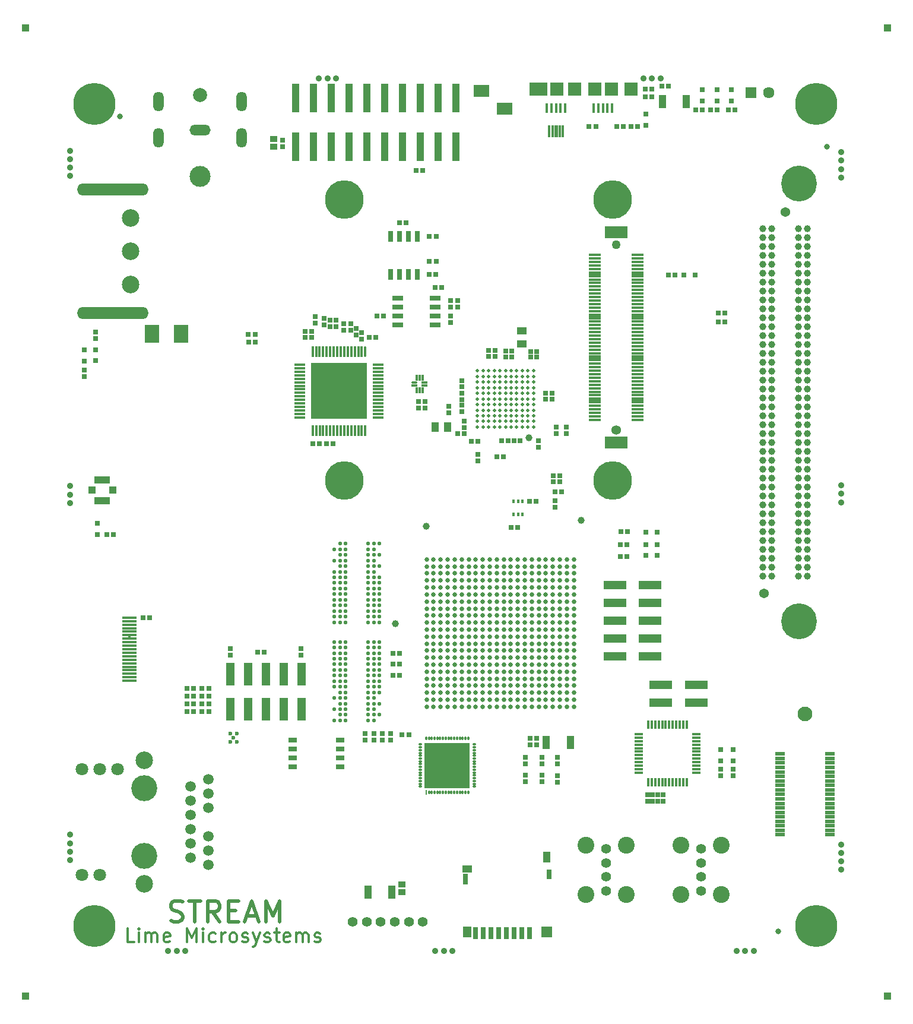
<source format=gts>
G04 (created by PCBNEW (2013-07-07 BZR 4022)-stable) date 10/02/2015 04:29:17*
%MOIN*%
G04 Gerber Fmt 3.4, Leading zero omitted, Abs format*
%FSLAX34Y34*%
G01*
G70*
G90*
G04 APERTURE LIST*
%ADD10C,0.00590551*%
%ADD11C,0.011811*%
%ADD12C,0.019685*%
%ADD13R,0.0392X0.0392*%
%ADD14R,0.023622X0.0344488*%
%ADD15R,0.015748X0.0344488*%
%ADD16R,0.0393701X0.0748031*%
%ADD17R,0.0645669X0.0291118*%
%ADD18R,0.0291118X0.0645669*%
%ADD19C,0.0220472*%
%ADD20C,0.019685*%
%ADD21R,0.0314X0.0314*%
%ADD22R,0.126X0.05*%
%ADD23R,0.0393701X0.0393701*%
%ADD24R,0.0866142X0.0413386*%
%ADD25R,0.063637X0.063637*%
%ADD26C,0.063637*%
%ADD27C,0.23622*%
%ADD28R,0.0811024X0.0181102*%
%ADD29C,0.023622*%
%ADD30R,0.0122047X0.0496063*%
%ADD31R,0.0496063X0.0122047*%
%ADD32C,0.0393701*%
%ADD33R,0.0633858X0.0122047*%
%ADD34R,0.0122047X0.0633858*%
%ADD35R,0.317323X0.317323*%
%ADD36R,0.199213X0.199213*%
%ADD37O,0.0122047X0.0633858*%
%ADD38R,0.0273X0.0273*%
%ADD39R,0.0392X0.0353*%
%ADD40R,0.0253X0.0273*%
%ADD41R,0.0273X0.0253*%
%ADD42C,0.216535*%
%ADD43C,0.0708661*%
%ADD44C,0.0590551*%
%ADD45C,0.0984252*%
%ADD46C,0.145669*%
%ADD47C,0.0314961*%
%ADD48R,0.0393701X0.0610236*%
%ADD49R,0.0314961X0.0551181*%
%ADD50R,0.0570866X0.0393701*%
%ADD51R,0.0314961X0.0590551*%
%ADD52R,0.0590551X0.0590551*%
%ADD53R,0.0275591X0.0688976*%
%ADD54R,0.0511811X0.0590551*%
%ADD55R,0.0748031X0.0748031*%
%ADD56R,0.015748X0.0531496*%
%ADD57R,0.100394X0.0748031*%
%ADD58R,0.0787X0.0984*%
%ADD59R,0.0165354X0.023622*%
%ADD60R,0.053937X0.0208661*%
%ADD61C,0.0826772*%
%ADD62R,0.0692992X0.0180992*%
%ADD63R,0.0692992X0.0338992*%
%ADD64C,0.0496063*%
%ADD65C,0.0535433*%
%ADD66R,0.128299X0.0692992*%
%ADD67C,0.0944882*%
%ADD68C,0.0551181*%
%ADD69C,0.026378*%
%ADD70C,0.200787*%
%ADD71C,0.053937*%
%ADD72C,0.0354331*%
%ADD73R,0.0354331X0.011811*%
%ADD74R,0.011811X0.0354331*%
%ADD75O,0.0354331X0.011811*%
%ADD76R,0.0393701X0.0570866*%
%ADD77R,0.0866142X0.0669291*%
%ADD78O,0.401575X0.0669291*%
%ADD79R,0.0393701X0.163386*%
%ADD80R,0.05X0.126*%
%ADD81R,0.0492126X0.0299213*%
%ADD82C,0.0787402*%
%ADD83O,0.0590551X0.110236*%
%ADD84O,0.11811X0.0590551*%
%ADD85C,0.11811*%
%ADD86R,0.0811024X0.0811024*%
%ADD87O,0.0259843X0.0102362*%
%ADD88O,0.0102362X0.0259843*%
%ADD89R,0.258268X0.258268*%
%ADD90R,0.0102362X0.0259843*%
G04 APERTURE END LIST*
G54D10*
G54D11*
X73440Y-83192D02*
X73065Y-83192D01*
X73065Y-82405D01*
X73702Y-83192D02*
X73702Y-82667D01*
X73702Y-82405D02*
X73665Y-82442D01*
X73702Y-82480D01*
X73740Y-82442D01*
X73702Y-82405D01*
X73702Y-82480D01*
X74077Y-83192D02*
X74077Y-82667D01*
X74077Y-82742D02*
X74115Y-82705D01*
X74190Y-82667D01*
X74302Y-82667D01*
X74377Y-82705D01*
X74415Y-82780D01*
X74415Y-83192D01*
X74415Y-82780D02*
X74452Y-82705D01*
X74527Y-82667D01*
X74640Y-82667D01*
X74715Y-82705D01*
X74752Y-82780D01*
X74752Y-83192D01*
X75427Y-83155D02*
X75352Y-83192D01*
X75202Y-83192D01*
X75127Y-83155D01*
X75089Y-83080D01*
X75089Y-82780D01*
X75127Y-82705D01*
X75202Y-82667D01*
X75352Y-82667D01*
X75427Y-82705D01*
X75464Y-82780D01*
X75464Y-82855D01*
X75089Y-82930D01*
X76402Y-83192D02*
X76402Y-82405D01*
X76664Y-82967D01*
X76927Y-82405D01*
X76927Y-83192D01*
X77302Y-83192D02*
X77302Y-82667D01*
X77302Y-82405D02*
X77264Y-82442D01*
X77302Y-82480D01*
X77339Y-82442D01*
X77302Y-82405D01*
X77302Y-82480D01*
X78014Y-83155D02*
X77939Y-83192D01*
X77789Y-83192D01*
X77714Y-83155D01*
X77677Y-83117D01*
X77639Y-83042D01*
X77639Y-82817D01*
X77677Y-82742D01*
X77714Y-82705D01*
X77789Y-82667D01*
X77939Y-82667D01*
X78014Y-82705D01*
X78352Y-83192D02*
X78352Y-82667D01*
X78352Y-82817D02*
X78389Y-82742D01*
X78427Y-82705D01*
X78502Y-82667D01*
X78577Y-82667D01*
X78952Y-83192D02*
X78877Y-83155D01*
X78839Y-83117D01*
X78802Y-83042D01*
X78802Y-82817D01*
X78839Y-82742D01*
X78877Y-82705D01*
X78952Y-82667D01*
X79064Y-82667D01*
X79139Y-82705D01*
X79176Y-82742D01*
X79214Y-82817D01*
X79214Y-83042D01*
X79176Y-83117D01*
X79139Y-83155D01*
X79064Y-83192D01*
X78952Y-83192D01*
X79514Y-83155D02*
X79589Y-83192D01*
X79739Y-83192D01*
X79814Y-83155D01*
X79851Y-83080D01*
X79851Y-83042D01*
X79814Y-82967D01*
X79739Y-82930D01*
X79626Y-82930D01*
X79551Y-82892D01*
X79514Y-82817D01*
X79514Y-82780D01*
X79551Y-82705D01*
X79626Y-82667D01*
X79739Y-82667D01*
X79814Y-82705D01*
X80114Y-82667D02*
X80301Y-83192D01*
X80489Y-82667D02*
X80301Y-83192D01*
X80226Y-83380D01*
X80189Y-83417D01*
X80114Y-83455D01*
X80751Y-83155D02*
X80826Y-83192D01*
X80976Y-83192D01*
X81051Y-83155D01*
X81089Y-83080D01*
X81089Y-83042D01*
X81051Y-82967D01*
X80976Y-82930D01*
X80864Y-82930D01*
X80789Y-82892D01*
X80751Y-82817D01*
X80751Y-82780D01*
X80789Y-82705D01*
X80864Y-82667D01*
X80976Y-82667D01*
X81051Y-82705D01*
X81314Y-82667D02*
X81614Y-82667D01*
X81426Y-82405D02*
X81426Y-83080D01*
X81464Y-83155D01*
X81539Y-83192D01*
X81614Y-83192D01*
X82176Y-83155D02*
X82101Y-83192D01*
X81951Y-83192D01*
X81876Y-83155D01*
X81839Y-83080D01*
X81839Y-82780D01*
X81876Y-82705D01*
X81951Y-82667D01*
X82101Y-82667D01*
X82176Y-82705D01*
X82214Y-82780D01*
X82214Y-82855D01*
X81839Y-82930D01*
X82551Y-83192D02*
X82551Y-82667D01*
X82551Y-82742D02*
X82589Y-82705D01*
X82664Y-82667D01*
X82776Y-82667D01*
X82851Y-82705D01*
X82889Y-82780D01*
X82889Y-83192D01*
X82889Y-82780D02*
X82926Y-82705D01*
X83001Y-82667D01*
X83113Y-82667D01*
X83188Y-82705D01*
X83226Y-82780D01*
X83226Y-83192D01*
X83563Y-83155D02*
X83638Y-83192D01*
X83788Y-83192D01*
X83863Y-83155D01*
X83901Y-83080D01*
X83901Y-83042D01*
X83863Y-82967D01*
X83788Y-82930D01*
X83676Y-82930D01*
X83601Y-82892D01*
X83563Y-82817D01*
X83563Y-82780D01*
X83601Y-82705D01*
X83676Y-82667D01*
X83788Y-82667D01*
X83863Y-82705D01*
G54D12*
X75489Y-81996D02*
X75658Y-82052D01*
X75939Y-82052D01*
X76051Y-81996D01*
X76107Y-81940D01*
X76164Y-81827D01*
X76164Y-81715D01*
X76107Y-81602D01*
X76051Y-81546D01*
X75939Y-81490D01*
X75714Y-81434D01*
X75601Y-81377D01*
X75545Y-81321D01*
X75489Y-81209D01*
X75489Y-81096D01*
X75545Y-80984D01*
X75601Y-80928D01*
X75714Y-80871D01*
X75995Y-80871D01*
X76164Y-80928D01*
X76501Y-80871D02*
X77176Y-80871D01*
X76839Y-82052D02*
X76839Y-80871D01*
X78245Y-82052D02*
X77851Y-81490D01*
X77570Y-82052D02*
X77570Y-80871D01*
X78020Y-80871D01*
X78132Y-80928D01*
X78188Y-80984D01*
X78245Y-81096D01*
X78245Y-81265D01*
X78188Y-81377D01*
X78132Y-81434D01*
X78020Y-81490D01*
X77570Y-81490D01*
X78751Y-81434D02*
X79145Y-81434D01*
X79313Y-82052D02*
X78751Y-82052D01*
X78751Y-80871D01*
X79313Y-80871D01*
X79763Y-81715D02*
X80326Y-81715D01*
X79651Y-82052D02*
X80044Y-80871D01*
X80438Y-82052D01*
X80832Y-82052D02*
X80832Y-80871D01*
X81226Y-81715D01*
X81619Y-80871D01*
X81619Y-82052D01*
G54D13*
X67322Y-86220D03*
X115748Y-86220D03*
X115748Y-31889D03*
G54D14*
X97125Y-37849D03*
X97125Y-37505D03*
G54D15*
X97322Y-37505D03*
X97519Y-37505D03*
X97322Y-37849D03*
X97519Y-37849D03*
X96929Y-37849D03*
X96732Y-37849D03*
X96732Y-37505D03*
X96929Y-37505D03*
G54D16*
X86574Y-80393D03*
X87913Y-80393D03*
X96584Y-71978D03*
X97923Y-71978D03*
X103090Y-36023D03*
X104429Y-36023D03*
G54D17*
X88228Y-47045D03*
X88228Y-47545D03*
X88228Y-48045D03*
X88228Y-48545D03*
X90354Y-48545D03*
X90354Y-48045D03*
X90354Y-47545D03*
X90354Y-47045D03*
G54D18*
X89332Y-43582D03*
X88832Y-43582D03*
X88332Y-43582D03*
X87832Y-43582D03*
X87832Y-45708D03*
X88332Y-45708D03*
X88832Y-45708D03*
X89332Y-45708D03*
G54D19*
X85314Y-62716D03*
X85000Y-62716D03*
X84685Y-62716D03*
X86574Y-62716D03*
X86889Y-62716D03*
X87204Y-62716D03*
X86889Y-62401D03*
X86574Y-62401D03*
X84685Y-62401D03*
X85000Y-62401D03*
X85314Y-62401D03*
X85314Y-61771D03*
X85000Y-61771D03*
X84685Y-61771D03*
X86574Y-61771D03*
X86889Y-61771D03*
X87204Y-62086D03*
X86889Y-62086D03*
X86574Y-62086D03*
X85000Y-62086D03*
X85314Y-62086D03*
X85314Y-60826D03*
X85000Y-60826D03*
X86574Y-60826D03*
X86889Y-60826D03*
X87204Y-60826D03*
X85314Y-61141D03*
X85000Y-61141D03*
X84685Y-61141D03*
X86574Y-61141D03*
X86889Y-61141D03*
X87204Y-61456D03*
X86889Y-61456D03*
X86574Y-61456D03*
X85000Y-61456D03*
X85314Y-61456D03*
X85314Y-64291D03*
X85000Y-64291D03*
X84685Y-64291D03*
X86574Y-64291D03*
X86889Y-64291D03*
X87204Y-64291D03*
X87204Y-63976D03*
X86889Y-63976D03*
X86574Y-63976D03*
X84685Y-63976D03*
X85000Y-63976D03*
X85314Y-63976D03*
X85314Y-63031D03*
X85000Y-63031D03*
X84685Y-63031D03*
X86574Y-63031D03*
X86889Y-63031D03*
X87204Y-63031D03*
X87204Y-63346D03*
X86889Y-63346D03*
X86574Y-63346D03*
X84685Y-63346D03*
X85000Y-63346D03*
X85314Y-63346D03*
X85314Y-64606D03*
X85000Y-64606D03*
X84685Y-64606D03*
X86574Y-64606D03*
X86889Y-64606D03*
X87204Y-64606D03*
X87204Y-63661D03*
X86889Y-63661D03*
X86574Y-63661D03*
X84685Y-63661D03*
X85000Y-63661D03*
X85314Y-63661D03*
X85314Y-64921D03*
X85000Y-64921D03*
X84685Y-64921D03*
X86574Y-64921D03*
X86889Y-64921D03*
X87204Y-64921D03*
X87204Y-65236D03*
X86889Y-65236D03*
X86574Y-65236D03*
X84685Y-65236D03*
X85000Y-65236D03*
X85314Y-65236D03*
X86574Y-68858D03*
X86889Y-68858D03*
X87204Y-68858D03*
X85314Y-68858D03*
X85000Y-68858D03*
X84685Y-68858D03*
X85000Y-69173D03*
X85314Y-69173D03*
X87204Y-69173D03*
X86889Y-69173D03*
X86574Y-69173D03*
X86574Y-69803D03*
X86889Y-69803D03*
X87204Y-69803D03*
X85314Y-69803D03*
X85000Y-69803D03*
X84685Y-69488D03*
X85000Y-69488D03*
X85314Y-69488D03*
X86889Y-69488D03*
X86574Y-69488D03*
X86574Y-70748D03*
X86889Y-70748D03*
X85314Y-70748D03*
X85000Y-70748D03*
X84685Y-70748D03*
X86574Y-70433D03*
X86889Y-70433D03*
X87204Y-70433D03*
X85314Y-70433D03*
X85000Y-70433D03*
X84685Y-70118D03*
X85000Y-70118D03*
X85314Y-70118D03*
X86889Y-70118D03*
X86574Y-70118D03*
X86574Y-67283D03*
X86889Y-67283D03*
X87204Y-67283D03*
X85314Y-67283D03*
X85000Y-67283D03*
X84685Y-67283D03*
X84685Y-67598D03*
X85000Y-67598D03*
X85314Y-67598D03*
X87204Y-67598D03*
X86889Y-67598D03*
X86574Y-67598D03*
X86574Y-68543D03*
X86889Y-68543D03*
X87204Y-68543D03*
X85314Y-68543D03*
X85000Y-68543D03*
X84685Y-68543D03*
X84685Y-68228D03*
X85000Y-68228D03*
X85314Y-68228D03*
X87204Y-68228D03*
X86889Y-68228D03*
X86574Y-68228D03*
X86574Y-66968D03*
X86889Y-66968D03*
X87204Y-66968D03*
X85314Y-66968D03*
X85000Y-66968D03*
X84685Y-66968D03*
X84685Y-67913D03*
X85000Y-67913D03*
X85314Y-67913D03*
X87204Y-67913D03*
X86889Y-67913D03*
X86574Y-67913D03*
X86574Y-66653D03*
X86889Y-66653D03*
X87204Y-66653D03*
X85314Y-66653D03*
X85000Y-66653D03*
X84685Y-66653D03*
X84685Y-66338D03*
X85000Y-66338D03*
X85314Y-66338D03*
X87204Y-66338D03*
X86889Y-66338D03*
X86574Y-66338D03*
G54D20*
X92716Y-52391D03*
X92716Y-52076D03*
X92716Y-51761D03*
X92716Y-51446D03*
X92716Y-53966D03*
X92716Y-53651D03*
X92716Y-53336D03*
X92716Y-53021D03*
X94291Y-53021D03*
X94291Y-53336D03*
X94291Y-53651D03*
X94291Y-53966D03*
X94291Y-51446D03*
X94291Y-51761D03*
X94291Y-52076D03*
X94291Y-52391D03*
X93976Y-51131D03*
X93976Y-52706D03*
X93976Y-54281D03*
X93976Y-52391D03*
X93976Y-52076D03*
X93976Y-51761D03*
X93976Y-51446D03*
X93976Y-53966D03*
X93976Y-53651D03*
X93976Y-53336D03*
X93976Y-53021D03*
X93661Y-53021D03*
X93661Y-53336D03*
X93661Y-53651D03*
X93661Y-53966D03*
X93661Y-51446D03*
X93661Y-51761D03*
X93661Y-52076D03*
X93661Y-52391D03*
X93661Y-54281D03*
X93661Y-52706D03*
X93661Y-51131D03*
X93346Y-51131D03*
X93346Y-52706D03*
X93346Y-54281D03*
X93346Y-52391D03*
X93346Y-52076D03*
X93346Y-51761D03*
X93346Y-51446D03*
X93346Y-53966D03*
X93346Y-53651D03*
X93346Y-53336D03*
X93346Y-53021D03*
X93031Y-53021D03*
X93031Y-53336D03*
X93031Y-53651D03*
X93031Y-53966D03*
X93031Y-51446D03*
X93031Y-51761D03*
X93031Y-52076D03*
X93031Y-52391D03*
X93031Y-54281D03*
X93031Y-52706D03*
X93031Y-51131D03*
X94606Y-51131D03*
X94606Y-52706D03*
X94606Y-54281D03*
X94606Y-52391D03*
X94606Y-52076D03*
X94606Y-51761D03*
X94606Y-51446D03*
X94606Y-53966D03*
X94606Y-53651D03*
X94606Y-53336D03*
X94606Y-53021D03*
X94921Y-53021D03*
X94921Y-53336D03*
X94921Y-53651D03*
X94921Y-53966D03*
X94921Y-51446D03*
X94921Y-51761D03*
X94921Y-52076D03*
X94921Y-52391D03*
X94921Y-54281D03*
X94921Y-52706D03*
X94921Y-51131D03*
X95236Y-51131D03*
X95236Y-52706D03*
X95236Y-54281D03*
X95236Y-52391D03*
X95236Y-52076D03*
X95236Y-51761D03*
X95236Y-51446D03*
X95236Y-53966D03*
X95236Y-53651D03*
X95236Y-53336D03*
X95236Y-53021D03*
X95551Y-53021D03*
X95551Y-53336D03*
X95551Y-53651D03*
X95551Y-53966D03*
X95551Y-51446D03*
X95551Y-51761D03*
X95551Y-52076D03*
X95551Y-52391D03*
X95551Y-54281D03*
X95551Y-52706D03*
X95551Y-51131D03*
X95866Y-51131D03*
X95866Y-52706D03*
X95866Y-54281D03*
X92716Y-51131D03*
X92716Y-52706D03*
X92716Y-54281D03*
X94291Y-54281D03*
X94291Y-52706D03*
X94291Y-51131D03*
X95866Y-52391D03*
X95866Y-52076D03*
X95866Y-51761D03*
X95866Y-51446D03*
X95866Y-53966D03*
X95866Y-53651D03*
X95866Y-53336D03*
X95866Y-53021D03*
G54D21*
X106165Y-35362D03*
X106165Y-35992D03*
X105346Y-35366D03*
X105346Y-35996D03*
X71281Y-50565D03*
X71281Y-49935D03*
X106988Y-35364D03*
X106988Y-35994D03*
X107086Y-72381D03*
X107086Y-73011D03*
X106377Y-72381D03*
X106377Y-73011D03*
G54D22*
X100433Y-63139D03*
X100433Y-64139D03*
X100433Y-65139D03*
X100433Y-66139D03*
X100433Y-67139D03*
X102402Y-63139D03*
X102402Y-64139D03*
X102402Y-65139D03*
X102402Y-66139D03*
X102402Y-67139D03*
G54D23*
X71062Y-57834D03*
X72244Y-57834D03*
G54D24*
X71653Y-57253D03*
X71653Y-58415D03*
G54D21*
X71377Y-59685D03*
X71377Y-60315D03*
G54D25*
X108083Y-35511D03*
G54D26*
X109083Y-35511D03*
G54D27*
X111732Y-82283D03*
X111732Y-36141D03*
X71220Y-36141D03*
X71220Y-82283D03*
G54D28*
X73188Y-66751D03*
X73188Y-66948D03*
X73188Y-67145D03*
X73188Y-67342D03*
X73188Y-67539D03*
X73188Y-67736D03*
X73188Y-67933D03*
X73188Y-68129D03*
X73188Y-68326D03*
X73188Y-68523D03*
X73188Y-66555D03*
X73188Y-66358D03*
X73188Y-66161D03*
X73188Y-65964D03*
X73188Y-65767D03*
X73188Y-65570D03*
X73188Y-65374D03*
X73188Y-65177D03*
X73188Y-64980D03*
G54D29*
X78838Y-71948D03*
X78838Y-71476D03*
X79192Y-71476D03*
X79192Y-71948D03*
X79015Y-71712D03*
G54D30*
X102303Y-74212D03*
X102893Y-74212D03*
X102696Y-74212D03*
X102500Y-74212D03*
G54D31*
X101771Y-73287D03*
X101771Y-73484D03*
X101771Y-73681D03*
X101771Y-71909D03*
X101771Y-72106D03*
X101771Y-72303D03*
X101771Y-72500D03*
X101771Y-72696D03*
X101771Y-72893D03*
X101771Y-73090D03*
G54D30*
X103090Y-74212D03*
X103287Y-74212D03*
X103484Y-74212D03*
X103681Y-74212D03*
X103877Y-74212D03*
X104074Y-74212D03*
X104271Y-74212D03*
X104468Y-74212D03*
G54D31*
X105000Y-72500D03*
X105000Y-72303D03*
X105000Y-72106D03*
X105000Y-71909D03*
X105000Y-71712D03*
X105000Y-71515D03*
X105000Y-73681D03*
X105000Y-73484D03*
X105000Y-73287D03*
X105000Y-73090D03*
X105000Y-72893D03*
X105000Y-72696D03*
X101771Y-71712D03*
X101771Y-71515D03*
G54D30*
X104468Y-70984D03*
X104271Y-70984D03*
X104074Y-70984D03*
X103877Y-70984D03*
X103681Y-70984D03*
X103484Y-70984D03*
X103287Y-70984D03*
X103090Y-70984D03*
X102893Y-70984D03*
X102696Y-70984D03*
X102500Y-70984D03*
X102303Y-70984D03*
G54D32*
X95590Y-54881D03*
G54D33*
X87145Y-50787D03*
X87145Y-50984D03*
G54D34*
X86417Y-54468D03*
X86220Y-54468D03*
G54D33*
X82736Y-53740D03*
X82736Y-53543D03*
G54D34*
X83464Y-50059D03*
X83661Y-50059D03*
G54D35*
X84940Y-52263D03*
G54D36*
X84941Y-52263D03*
G54D33*
X82736Y-51771D03*
X82736Y-51968D03*
X82736Y-52165D03*
X82736Y-52362D03*
X82736Y-52559D03*
X82736Y-52755D03*
X82736Y-52952D03*
X82736Y-53149D03*
X82736Y-53346D03*
X82736Y-50787D03*
X82736Y-50984D03*
X82736Y-51181D03*
X82736Y-51377D03*
X82736Y-51574D03*
G54D34*
X85433Y-54468D03*
X85629Y-54468D03*
X85826Y-54468D03*
X86023Y-54468D03*
X83464Y-54468D03*
X83661Y-54468D03*
X83858Y-54468D03*
X84055Y-54468D03*
X84251Y-54468D03*
X84448Y-54468D03*
X84645Y-54468D03*
X84842Y-54468D03*
X85039Y-54468D03*
X85236Y-54468D03*
G54D33*
X87145Y-52165D03*
X87145Y-51968D03*
X87145Y-51771D03*
X87145Y-51574D03*
X87145Y-51377D03*
X87145Y-51181D03*
X87145Y-53740D03*
X87145Y-53543D03*
X87145Y-53346D03*
X87145Y-53149D03*
X87145Y-52952D03*
X87145Y-52755D03*
X87145Y-52559D03*
X87145Y-52362D03*
G54D37*
X86417Y-50059D03*
G54D34*
X86220Y-50059D03*
X86023Y-50059D03*
X85826Y-50059D03*
X85629Y-50059D03*
X85433Y-50059D03*
X85236Y-50059D03*
X85039Y-50059D03*
X84842Y-50059D03*
X84645Y-50059D03*
X84448Y-50059D03*
X84251Y-50059D03*
X84055Y-50059D03*
X83839Y-50056D03*
G54D38*
X93346Y-50000D03*
X93700Y-50000D03*
X93346Y-50334D03*
X93700Y-50334D03*
X97145Y-54291D03*
X97145Y-54645D03*
X93819Y-55944D03*
X94173Y-55944D03*
X81771Y-38551D03*
X81771Y-38197D03*
X90354Y-46437D03*
X90708Y-46437D03*
X102145Y-35748D03*
X102499Y-35748D03*
X96909Y-52391D03*
X96555Y-52391D03*
X92726Y-55817D03*
X92726Y-56171D03*
X95117Y-55059D03*
X94763Y-55059D03*
X96151Y-55059D03*
X96151Y-55413D03*
X94291Y-50344D03*
X94645Y-50344D03*
X91830Y-52382D03*
X91830Y-52736D03*
X91830Y-53405D03*
X91830Y-53051D03*
X92726Y-55068D03*
X92372Y-55068D03*
X97696Y-54291D03*
X97696Y-54645D03*
X95689Y-50039D03*
X96043Y-50039D03*
X95689Y-50344D03*
X96043Y-50344D03*
X90019Y-45708D03*
X90373Y-45708D03*
X91102Y-53130D03*
X91102Y-53484D03*
X94074Y-55059D03*
X94428Y-55059D03*
X94291Y-50019D03*
X94645Y-50019D03*
X91614Y-54665D03*
X91968Y-54665D03*
X91830Y-52027D03*
X91830Y-51673D03*
X91968Y-53956D03*
X91968Y-54310D03*
X96909Y-52706D03*
X96555Y-52706D03*
X96033Y-71742D03*
X95679Y-71742D03*
X87972Y-67598D03*
X88326Y-67598D03*
X87972Y-66968D03*
X88326Y-66968D03*
X87972Y-68228D03*
X88326Y-68228D03*
G54D39*
X88484Y-80392D03*
X88484Y-79962D03*
X81283Y-38545D03*
X81283Y-38115D03*
G54D40*
X101700Y-37421D03*
X101330Y-37421D03*
X76389Y-70236D03*
X76759Y-70236D03*
X74318Y-64980D03*
X73948Y-64980D03*
X71901Y-60314D03*
X72271Y-60314D03*
X89263Y-39881D03*
X89633Y-39881D03*
X79854Y-49070D03*
X80224Y-49070D03*
G54D41*
X84090Y-48562D03*
X84090Y-48192D03*
G54D40*
X79858Y-49527D03*
X80228Y-49527D03*
X88708Y-42834D03*
X88338Y-42834D03*
X90391Y-44980D03*
X90021Y-44980D03*
X90391Y-43572D03*
X90021Y-43572D03*
X87078Y-48051D03*
X87448Y-48051D03*
G54D41*
X91220Y-47177D03*
X91220Y-47547D03*
X91594Y-47177D03*
X91594Y-47547D03*
X102539Y-75283D03*
X102539Y-74913D03*
G54D40*
X77625Y-69803D03*
X77255Y-69803D03*
X77625Y-68937D03*
X77255Y-68937D03*
G54D41*
X103129Y-75283D03*
X103129Y-74913D03*
X102854Y-75283D03*
X102854Y-74913D03*
G54D40*
X77625Y-70236D03*
X77255Y-70236D03*
X77625Y-69370D03*
X77255Y-69370D03*
G54D41*
X91220Y-48043D03*
X91220Y-48413D03*
G54D40*
X102137Y-35314D03*
X102507Y-35314D03*
X106803Y-36496D03*
X107173Y-36496D03*
X99358Y-37431D03*
X98988Y-37431D03*
X105795Y-36496D03*
X106165Y-36496D03*
X100523Y-37431D03*
X100893Y-37431D03*
X104976Y-36500D03*
X105346Y-36500D03*
G54D41*
X102263Y-75283D03*
X102263Y-74913D03*
X106377Y-73846D03*
X106377Y-73476D03*
X107086Y-73846D03*
X107086Y-73476D03*
G54D40*
X103082Y-35157D03*
X103452Y-35157D03*
X97059Y-57913D03*
X97429Y-57913D03*
X97330Y-57027D03*
X96960Y-57027D03*
G54D41*
X71281Y-48946D03*
X71281Y-49316D03*
G54D40*
X96031Y-72106D03*
X95661Y-72106D03*
G54D41*
X82795Y-66704D03*
X82795Y-67074D03*
G54D40*
X80751Y-66913D03*
X80381Y-66913D03*
G54D41*
X78838Y-67074D03*
X78838Y-66704D03*
X97196Y-72811D03*
X97196Y-73181D03*
X87846Y-71862D03*
X87846Y-71492D03*
X96322Y-72811D03*
X96322Y-73181D03*
X89767Y-53224D03*
X89767Y-52854D03*
X89401Y-53220D03*
X89401Y-52850D03*
X95389Y-74196D03*
X95389Y-73826D03*
G54D40*
X101118Y-60877D03*
X100748Y-60877D03*
X100763Y-60145D03*
X101133Y-60145D03*
G54D41*
X95389Y-72811D03*
X95389Y-73181D03*
X86417Y-71862D03*
X86417Y-71492D03*
X97196Y-74208D03*
X97196Y-73838D03*
X87370Y-71862D03*
X87370Y-71492D03*
X86889Y-71862D03*
X86889Y-71492D03*
X96326Y-74196D03*
X96326Y-73826D03*
G54D42*
X100291Y-41531D03*
X85251Y-41531D03*
X100291Y-57279D03*
X85251Y-57279D03*
G54D22*
X103021Y-68750D03*
X103021Y-69750D03*
X104990Y-68750D03*
X104990Y-69750D03*
G54D43*
X71515Y-79417D03*
X70515Y-79417D03*
X72515Y-73496D03*
X71515Y-73496D03*
G54D44*
X77614Y-78854D03*
X77614Y-78055D03*
X77614Y-77255D03*
X77614Y-75657D03*
X77614Y-74858D03*
X77614Y-74059D03*
X76614Y-78454D03*
X76614Y-77655D03*
X76614Y-76856D03*
X76614Y-74458D03*
X76614Y-75257D03*
G54D45*
X74015Y-79921D03*
G54D46*
X74015Y-78356D03*
X74015Y-74557D03*
G54D45*
X74015Y-72992D03*
G54D44*
X76614Y-76057D03*
G54D43*
X70515Y-73496D03*
G54D47*
X72637Y-36850D03*
X112322Y-38543D03*
X109606Y-82598D03*
G54D13*
X67322Y-31889D03*
G54D40*
X76389Y-68937D03*
X76759Y-68937D03*
X76389Y-69370D03*
X76759Y-69370D03*
X76389Y-69803D03*
X76759Y-69803D03*
G54D48*
X96594Y-78425D03*
G54D49*
X96732Y-79379D03*
G54D50*
X92155Y-79094D03*
G54D51*
X92027Y-79635D03*
G54D52*
X96594Y-82627D03*
G54D53*
X94763Y-82677D03*
X95629Y-82677D03*
X95196Y-82677D03*
X93897Y-82677D03*
X94330Y-82677D03*
X93464Y-82677D03*
X93031Y-82677D03*
X92598Y-82677D03*
G54D54*
X92125Y-82627D03*
G54D55*
X101338Y-35314D03*
X100236Y-35314D03*
X99291Y-35314D03*
X98188Y-35314D03*
X97185Y-35314D03*
G54D56*
X97637Y-36377D03*
X97381Y-36377D03*
X96614Y-36377D03*
X96870Y-36377D03*
X97125Y-36377D03*
X100275Y-36377D03*
X100019Y-36377D03*
X99251Y-36377D03*
X99507Y-36377D03*
X99763Y-36377D03*
G54D57*
X96131Y-35314D03*
G54D58*
X76062Y-49055D03*
X74448Y-49055D03*
G54D59*
X73188Y-66003D03*
G54D41*
X70649Y-51464D03*
X70649Y-51094D03*
G54D40*
X103807Y-45767D03*
X103437Y-45767D03*
G54D21*
X70649Y-49940D03*
X70649Y-50570D03*
X104940Y-45767D03*
X104310Y-45767D03*
G54D60*
X109712Y-72629D03*
X112492Y-72629D03*
X109712Y-72881D03*
X112492Y-72881D03*
X109712Y-73133D03*
X112492Y-73133D03*
X109712Y-73385D03*
X112492Y-73385D03*
X109712Y-73637D03*
X112492Y-73637D03*
X109712Y-73889D03*
X112492Y-73889D03*
X109712Y-74141D03*
X112492Y-74141D03*
X109712Y-74393D03*
X112492Y-74393D03*
X109712Y-74645D03*
X112492Y-74645D03*
X109712Y-74897D03*
X112492Y-74897D03*
X109712Y-75149D03*
X112492Y-75149D03*
X109712Y-75401D03*
X112492Y-75401D03*
X109712Y-75653D03*
X112492Y-75653D03*
X109712Y-75905D03*
X112492Y-75905D03*
X109712Y-76157D03*
X112492Y-76157D03*
X109712Y-76409D03*
X112492Y-76409D03*
X109712Y-76661D03*
X112492Y-76661D03*
X109712Y-76913D03*
X112492Y-76913D03*
X109712Y-77165D03*
X112492Y-77165D03*
G54D61*
X111102Y-70381D03*
G54D62*
X101697Y-53877D03*
X101697Y-53680D03*
X101697Y-53483D03*
X101697Y-53286D03*
X101697Y-53090D03*
G54D63*
X101697Y-52794D03*
G54D62*
X101697Y-52499D03*
X101697Y-52302D03*
X101697Y-52105D03*
X101697Y-51908D03*
X101697Y-51712D03*
X101697Y-51515D03*
X101697Y-51318D03*
X101697Y-51121D03*
X101697Y-50924D03*
X101697Y-50727D03*
G54D63*
X101697Y-50432D03*
G54D62*
X101697Y-50137D03*
X101697Y-49940D03*
X101697Y-49743D03*
X101697Y-49546D03*
X101697Y-49349D03*
X101697Y-49153D03*
X101697Y-48956D03*
X101697Y-48759D03*
X101697Y-48562D03*
X101697Y-48365D03*
G54D63*
X101697Y-48069D03*
G54D62*
X101697Y-47775D03*
X101697Y-47578D03*
X101697Y-47381D03*
X101697Y-47184D03*
X101697Y-46987D03*
X101697Y-46790D03*
X101697Y-46594D03*
X101697Y-46397D03*
X101697Y-46200D03*
X101697Y-46003D03*
G54D63*
X101697Y-45707D03*
G54D62*
X101697Y-45412D03*
X101697Y-45216D03*
X101697Y-45019D03*
X101697Y-44822D03*
X101697Y-44625D03*
X99295Y-44623D03*
X99295Y-44820D03*
X99295Y-45017D03*
X99295Y-45214D03*
X99295Y-45410D03*
G54D63*
X99295Y-45705D03*
G54D62*
X99295Y-46001D03*
X99295Y-46198D03*
X99295Y-46395D03*
X99295Y-46592D03*
X99295Y-46788D03*
X99295Y-46985D03*
X99295Y-47182D03*
X99295Y-47379D03*
X99295Y-47576D03*
X99295Y-47773D03*
G54D63*
X99295Y-48068D03*
G54D62*
X99295Y-48364D03*
X99295Y-48561D03*
X99295Y-48758D03*
X99295Y-48955D03*
X99295Y-49151D03*
X99295Y-49348D03*
X99295Y-49545D03*
X99295Y-49742D03*
X99295Y-49939D03*
X99295Y-50136D03*
G54D63*
X99295Y-50431D03*
G54D62*
X99295Y-50727D03*
X99295Y-50924D03*
X99295Y-51121D03*
X99295Y-51318D03*
X99295Y-51514D03*
X99295Y-51711D03*
X99295Y-51908D03*
X99295Y-52105D03*
X99295Y-52302D03*
X99295Y-52499D03*
G54D63*
X99295Y-52794D03*
G54D62*
X99295Y-53090D03*
X99295Y-53286D03*
X99295Y-53483D03*
X99295Y-53680D03*
X99295Y-53877D03*
G54D64*
X100492Y-44054D03*
G54D65*
X100492Y-54448D03*
G54D66*
X100492Y-43365D03*
X100492Y-55137D03*
G54D67*
X106417Y-77755D03*
X104133Y-77755D03*
X106417Y-80511D03*
X104133Y-80511D03*
G54D68*
X105275Y-77952D03*
X105275Y-78740D03*
X105275Y-79527D03*
X105275Y-80314D03*
G54D67*
X101082Y-77755D03*
X98799Y-77755D03*
X101082Y-80511D03*
X98799Y-80511D03*
G54D68*
X99940Y-77952D03*
X99940Y-78740D03*
X99940Y-79527D03*
X99940Y-80314D03*
G54D69*
X97736Y-61712D03*
X97736Y-64074D03*
X97736Y-63681D03*
X97736Y-63287D03*
X97736Y-62893D03*
X97736Y-62500D03*
X97736Y-62106D03*
X98129Y-61712D03*
X98129Y-62106D03*
X98129Y-62500D03*
X98129Y-62893D03*
X98129Y-63287D03*
X98129Y-63681D03*
X98129Y-64074D03*
X98129Y-64468D03*
X98129Y-64862D03*
X98129Y-65255D03*
X98129Y-65649D03*
X98129Y-66043D03*
X98129Y-66437D03*
X98129Y-66830D03*
X98129Y-67224D03*
X98129Y-67618D03*
X98129Y-68011D03*
X98129Y-68405D03*
X98129Y-68799D03*
X98129Y-69192D03*
X98129Y-69586D03*
X98129Y-69980D03*
X97736Y-64468D03*
X97736Y-64862D03*
X97736Y-65255D03*
X97736Y-65649D03*
X97736Y-66043D03*
X97736Y-66437D03*
X97736Y-66830D03*
X97736Y-67224D03*
X97736Y-67618D03*
X97736Y-68011D03*
X97736Y-68405D03*
X97736Y-68799D03*
X97736Y-69192D03*
X97736Y-69586D03*
X97736Y-69980D03*
X97342Y-61712D03*
X97342Y-62106D03*
X97342Y-62500D03*
X97342Y-62893D03*
X97342Y-63287D03*
X97342Y-63681D03*
X97342Y-64074D03*
X97342Y-64468D03*
X97342Y-64862D03*
X97342Y-65255D03*
X97342Y-65649D03*
X97342Y-66043D03*
X97342Y-66437D03*
X97342Y-66830D03*
X97342Y-67224D03*
X97342Y-67618D03*
X97342Y-68011D03*
X97342Y-68405D03*
X97342Y-68799D03*
X97342Y-69192D03*
X97342Y-69586D03*
X97342Y-69980D03*
X96948Y-61712D03*
X96948Y-62106D03*
X96948Y-62500D03*
X96948Y-62893D03*
X96948Y-63287D03*
X96948Y-63681D03*
X96948Y-64074D03*
X96948Y-64468D03*
X96948Y-64862D03*
X96948Y-65255D03*
X96948Y-65649D03*
X96948Y-66043D03*
X96948Y-66437D03*
X96948Y-66830D03*
X96948Y-67224D03*
X96948Y-67618D03*
X96948Y-68011D03*
X96948Y-68405D03*
X96948Y-68799D03*
X96948Y-69192D03*
X96948Y-69586D03*
X96948Y-69980D03*
X96555Y-61712D03*
X96555Y-62106D03*
X96555Y-62500D03*
X96555Y-62893D03*
X96555Y-63287D03*
X96555Y-63681D03*
X96555Y-64074D03*
X96555Y-64468D03*
X96555Y-64862D03*
X96555Y-65255D03*
X96555Y-65649D03*
X96555Y-66043D03*
X96555Y-66437D03*
X96555Y-66830D03*
X96555Y-67224D03*
X96555Y-67618D03*
X96555Y-68011D03*
X96555Y-68405D03*
X96555Y-68799D03*
X96555Y-69192D03*
X96555Y-69586D03*
X96555Y-69980D03*
X96161Y-61712D03*
X96161Y-62106D03*
X96161Y-62500D03*
X96161Y-62893D03*
X96161Y-63287D03*
X96161Y-63681D03*
X96161Y-64074D03*
X96161Y-64468D03*
X96161Y-64862D03*
X96161Y-65255D03*
X96161Y-65649D03*
X96161Y-66043D03*
X96161Y-66437D03*
X96161Y-66830D03*
X96161Y-67224D03*
X96161Y-67618D03*
X96161Y-68011D03*
X96161Y-68405D03*
X96161Y-68799D03*
X96161Y-69192D03*
X96161Y-69586D03*
X96161Y-69980D03*
X95767Y-61712D03*
X95767Y-62106D03*
X95767Y-62500D03*
X95767Y-62893D03*
X95767Y-63287D03*
X95767Y-63681D03*
X95767Y-64074D03*
X95767Y-64468D03*
X95767Y-64862D03*
X95767Y-65255D03*
X95767Y-65649D03*
X95767Y-66043D03*
X95767Y-66437D03*
X95767Y-66830D03*
X95767Y-67224D03*
X95767Y-67618D03*
X95767Y-68011D03*
X95767Y-68405D03*
X95767Y-68799D03*
X95767Y-69192D03*
X95767Y-69586D03*
X95767Y-69980D03*
X95374Y-61712D03*
X95374Y-62106D03*
X95374Y-62500D03*
X95374Y-62893D03*
X95374Y-63287D03*
X95374Y-63681D03*
X95374Y-64074D03*
X95374Y-64468D03*
X95374Y-64862D03*
X95374Y-65255D03*
X95374Y-65649D03*
X95374Y-66043D03*
X95374Y-66437D03*
X95374Y-66830D03*
X95374Y-67224D03*
X95374Y-67618D03*
X95374Y-68011D03*
X95374Y-68405D03*
X95374Y-68799D03*
X95374Y-69192D03*
X95374Y-69586D03*
X95374Y-69980D03*
X94980Y-61712D03*
X94980Y-62106D03*
X94980Y-62500D03*
X94980Y-62893D03*
X94980Y-63287D03*
X94980Y-63681D03*
X94980Y-64074D03*
X94980Y-64468D03*
X94980Y-64862D03*
X94980Y-65255D03*
X94980Y-65649D03*
X94980Y-66043D03*
X94980Y-66437D03*
X94980Y-66830D03*
X94980Y-67224D03*
X94980Y-67618D03*
X94980Y-68011D03*
X94980Y-68405D03*
X94980Y-68799D03*
X94980Y-69192D03*
X94980Y-69586D03*
X94980Y-69980D03*
X94586Y-61712D03*
X94586Y-62106D03*
X94586Y-62500D03*
X94586Y-62893D03*
X94586Y-63287D03*
X94586Y-63681D03*
X94586Y-64074D03*
X94586Y-64468D03*
X94586Y-64862D03*
X94586Y-65255D03*
X94586Y-65649D03*
X94586Y-66043D03*
X94586Y-66437D03*
X94586Y-66830D03*
X94586Y-67224D03*
X94586Y-67618D03*
X94586Y-68011D03*
X94586Y-68405D03*
X94586Y-68799D03*
X94586Y-69192D03*
X94586Y-69586D03*
X94586Y-69980D03*
X94192Y-61712D03*
X94192Y-62106D03*
X94192Y-62500D03*
X94192Y-62893D03*
X94192Y-63287D03*
X94192Y-63681D03*
X94192Y-64074D03*
X94192Y-64468D03*
X94192Y-64862D03*
X94192Y-65255D03*
X94192Y-65649D03*
X94192Y-66043D03*
X94192Y-66437D03*
X94192Y-66830D03*
X94192Y-67224D03*
X94192Y-67618D03*
X94192Y-68011D03*
X94192Y-68405D03*
X94192Y-68799D03*
X94192Y-69192D03*
X94192Y-69586D03*
X94192Y-69980D03*
X93799Y-61712D03*
X93799Y-62106D03*
X93799Y-62500D03*
X93799Y-62893D03*
X93799Y-63287D03*
X93799Y-63681D03*
X93799Y-64074D03*
X93799Y-64468D03*
X93799Y-64862D03*
X93799Y-65255D03*
X93799Y-65649D03*
X93799Y-66043D03*
X93799Y-66437D03*
X93799Y-66830D03*
X93799Y-67224D03*
X93799Y-67618D03*
X93799Y-68011D03*
X93799Y-68405D03*
X93799Y-68799D03*
X93799Y-69192D03*
X93799Y-69586D03*
X93799Y-69980D03*
X93405Y-61712D03*
X93405Y-62106D03*
X93405Y-62500D03*
X93405Y-62893D03*
X93405Y-63287D03*
X93405Y-63681D03*
X93405Y-64074D03*
X93405Y-64468D03*
X93405Y-64862D03*
X93405Y-65255D03*
X93405Y-65649D03*
X93405Y-66043D03*
X93405Y-66437D03*
X93405Y-66830D03*
X93405Y-67224D03*
X93405Y-67618D03*
X93405Y-68011D03*
X93405Y-68405D03*
X93405Y-68799D03*
X93405Y-69192D03*
X93405Y-69586D03*
X93405Y-69980D03*
X93011Y-61712D03*
X93011Y-62106D03*
X93011Y-62500D03*
X93011Y-62893D03*
X93011Y-63287D03*
X93011Y-63681D03*
X93011Y-64074D03*
X93011Y-64468D03*
X93011Y-64862D03*
X93011Y-65255D03*
X93011Y-65649D03*
X93011Y-66043D03*
X93011Y-66437D03*
X93011Y-66830D03*
X93011Y-67224D03*
X93011Y-67618D03*
X93011Y-68011D03*
X93011Y-68405D03*
X93011Y-68799D03*
X93011Y-69192D03*
X93011Y-69586D03*
X93011Y-69980D03*
X92618Y-61712D03*
X92618Y-62106D03*
X92618Y-62500D03*
X92618Y-62893D03*
X92618Y-63287D03*
X92618Y-63681D03*
X92618Y-64074D03*
X92618Y-64468D03*
X92618Y-64862D03*
X92618Y-65255D03*
X92618Y-65649D03*
X92618Y-66043D03*
X92618Y-66437D03*
X92618Y-66830D03*
X92618Y-67224D03*
X92618Y-67618D03*
X92618Y-68011D03*
X92618Y-68405D03*
X92618Y-68799D03*
X92618Y-69192D03*
X92618Y-69586D03*
X92618Y-69980D03*
X92224Y-61712D03*
X92224Y-62106D03*
X92224Y-62500D03*
X92224Y-62893D03*
X92224Y-63287D03*
X92224Y-63681D03*
X92224Y-64074D03*
X92224Y-64468D03*
X92224Y-64862D03*
X92224Y-65255D03*
X92224Y-65649D03*
X92224Y-66043D03*
X92224Y-66437D03*
X92224Y-66830D03*
X92224Y-67224D03*
X92224Y-67618D03*
X92224Y-68011D03*
X92224Y-68405D03*
X92224Y-68799D03*
X92224Y-69192D03*
X92224Y-69586D03*
X92224Y-69980D03*
X91830Y-61712D03*
X91830Y-62106D03*
X91830Y-62500D03*
X91830Y-62893D03*
X91830Y-63287D03*
X91830Y-63681D03*
X91830Y-64074D03*
X91830Y-64468D03*
X91830Y-64862D03*
X91830Y-65255D03*
X91830Y-65649D03*
X91830Y-66043D03*
X91830Y-66437D03*
X91830Y-66830D03*
X91830Y-67224D03*
X91830Y-67618D03*
X91830Y-68011D03*
X91830Y-68405D03*
X91830Y-68799D03*
X91830Y-69192D03*
X91830Y-69586D03*
X91830Y-69980D03*
X91437Y-61712D03*
X91437Y-62106D03*
X91437Y-62500D03*
X91437Y-62893D03*
X91437Y-63287D03*
X91437Y-63681D03*
X91437Y-64074D03*
X91437Y-64468D03*
X91437Y-64862D03*
X91437Y-65255D03*
X91437Y-65649D03*
X91437Y-66043D03*
X91437Y-66437D03*
X91437Y-66830D03*
X91437Y-67224D03*
X91437Y-67618D03*
X91437Y-68011D03*
X91437Y-68405D03*
X91437Y-68799D03*
X91437Y-69192D03*
X91437Y-69586D03*
X91437Y-69980D03*
X91043Y-61712D03*
X91043Y-62106D03*
X91043Y-62500D03*
X91043Y-62893D03*
X91043Y-63287D03*
X91043Y-63681D03*
X91043Y-64074D03*
X91043Y-64468D03*
X91043Y-64862D03*
X91043Y-65255D03*
X91043Y-65649D03*
X91043Y-66043D03*
X91043Y-66437D03*
X91043Y-66830D03*
X91043Y-67224D03*
X91043Y-67618D03*
X91043Y-68011D03*
X91043Y-68405D03*
X91043Y-68799D03*
X91043Y-69192D03*
X91043Y-69586D03*
X91043Y-69980D03*
X90649Y-61712D03*
X90649Y-62106D03*
X90649Y-62500D03*
X90649Y-62893D03*
X90649Y-63287D03*
X90649Y-63681D03*
X90649Y-64074D03*
X90649Y-64468D03*
X90649Y-64862D03*
X90649Y-65255D03*
X90649Y-65649D03*
X90649Y-66043D03*
X90649Y-66437D03*
X90649Y-66830D03*
X90649Y-67224D03*
X90649Y-67618D03*
X90649Y-68011D03*
X90649Y-68405D03*
X90649Y-68799D03*
X90649Y-69192D03*
X90649Y-69586D03*
X90649Y-69980D03*
X90255Y-61712D03*
X90255Y-62106D03*
X90255Y-62500D03*
X90255Y-62893D03*
X90255Y-63287D03*
X90255Y-63681D03*
X90255Y-64074D03*
X90255Y-64468D03*
X90255Y-64862D03*
X90255Y-65255D03*
X90255Y-65649D03*
X90255Y-66043D03*
X90255Y-66437D03*
X90255Y-66830D03*
X90255Y-67224D03*
X90255Y-67618D03*
X90255Y-68011D03*
X90255Y-68405D03*
X90255Y-68799D03*
X90255Y-69192D03*
X90255Y-69586D03*
X90255Y-69980D03*
X89862Y-61712D03*
X89862Y-62106D03*
X89862Y-62500D03*
X89862Y-62893D03*
X89862Y-63287D03*
X89862Y-63681D03*
X89862Y-64074D03*
X89862Y-64468D03*
X89862Y-64862D03*
X89862Y-65255D03*
X89862Y-65649D03*
X89862Y-66043D03*
X89862Y-66437D03*
X89862Y-66830D03*
X89862Y-67224D03*
X89862Y-67618D03*
X89862Y-68011D03*
X89862Y-68405D03*
X89862Y-68799D03*
X89862Y-69192D03*
X89862Y-69586D03*
X89862Y-69980D03*
G54D70*
X110787Y-40633D03*
G54D32*
X108750Y-62163D03*
G54D71*
X108799Y-63614D03*
G54D32*
X110750Y-62663D03*
X110750Y-62163D03*
X111250Y-62663D03*
X111250Y-62163D03*
X110750Y-59663D03*
X111250Y-59663D03*
X111250Y-59163D03*
X110750Y-59163D03*
X110750Y-58163D03*
X111250Y-58163D03*
X111250Y-58663D03*
X110750Y-58663D03*
X110750Y-60663D03*
X111250Y-60663D03*
X111250Y-60163D03*
X110750Y-60163D03*
X110750Y-61163D03*
X111250Y-61163D03*
X111250Y-61663D03*
X110750Y-61663D03*
X110750Y-53663D03*
X111250Y-53663D03*
X111250Y-53163D03*
X110750Y-53163D03*
X110750Y-52663D03*
X111250Y-52667D03*
X110750Y-51163D03*
X111250Y-51163D03*
X111250Y-50663D03*
X110750Y-50663D03*
X110750Y-51663D03*
X111250Y-51663D03*
X111250Y-52163D03*
X110750Y-52163D03*
X110750Y-55663D03*
X111250Y-55663D03*
X111250Y-55163D03*
X110750Y-55163D03*
X110750Y-54163D03*
X111250Y-54163D03*
X111250Y-54663D03*
X110750Y-54663D03*
X110750Y-56663D03*
X111250Y-56663D03*
X111250Y-56163D03*
X110750Y-56163D03*
X110750Y-57163D03*
X111250Y-57163D03*
X111250Y-57663D03*
X110750Y-57663D03*
X110750Y-48663D03*
X111250Y-48663D03*
X111250Y-48163D03*
X110750Y-48163D03*
X110750Y-47163D03*
X111250Y-47163D03*
X111250Y-47663D03*
X110750Y-47663D03*
X111250Y-49163D03*
X110750Y-49163D03*
X110750Y-49663D03*
X111250Y-49663D03*
X111250Y-50163D03*
X110750Y-50163D03*
X110750Y-45663D03*
X111250Y-45663D03*
X111250Y-45163D03*
X110750Y-45163D03*
X110750Y-44663D03*
X111250Y-44663D03*
X110750Y-43163D03*
X111250Y-43163D03*
X110750Y-43663D03*
X111250Y-43663D03*
X111250Y-44163D03*
X110750Y-44163D03*
X110750Y-46163D03*
X111250Y-46163D03*
X111250Y-46663D03*
X110750Y-46663D03*
X108750Y-46663D03*
X109250Y-46663D03*
X109250Y-46163D03*
X108750Y-46163D03*
X108750Y-44163D03*
X109250Y-44163D03*
X109250Y-43663D03*
X108750Y-43663D03*
X109250Y-43163D03*
X108750Y-43163D03*
X109250Y-44663D03*
X108750Y-44663D03*
X108750Y-45163D03*
X109250Y-45163D03*
X109250Y-45663D03*
X108750Y-45663D03*
X108750Y-50163D03*
X109250Y-50163D03*
X109250Y-49663D03*
X108750Y-49663D03*
X108750Y-49163D03*
X109250Y-49163D03*
X108750Y-47663D03*
X109250Y-47663D03*
X109250Y-47163D03*
X108750Y-47163D03*
X108750Y-48163D03*
X109250Y-48163D03*
X109250Y-48663D03*
X108750Y-48663D03*
X108750Y-57663D03*
X109250Y-57663D03*
X109250Y-57163D03*
X108750Y-57163D03*
X108750Y-56163D03*
X109250Y-56163D03*
X109250Y-56663D03*
X108750Y-56663D03*
X108750Y-54663D03*
X109250Y-54663D03*
X109250Y-54163D03*
X108750Y-54163D03*
X108750Y-55163D03*
X109250Y-55163D03*
X109250Y-55663D03*
X108750Y-55663D03*
X108750Y-52163D03*
X109250Y-52163D03*
X109250Y-51663D03*
X108750Y-51663D03*
X108750Y-50663D03*
X109250Y-50663D03*
X109250Y-51163D03*
X108750Y-51163D03*
X109250Y-52667D03*
X108750Y-52663D03*
X108750Y-53163D03*
X109250Y-53163D03*
X109250Y-53663D03*
X108750Y-53663D03*
X108750Y-61663D03*
X109250Y-61663D03*
X109250Y-61163D03*
X108750Y-61163D03*
X108750Y-60163D03*
X109250Y-60163D03*
X109250Y-60663D03*
X108750Y-60663D03*
X108750Y-58663D03*
X109250Y-58663D03*
X109250Y-58163D03*
X108750Y-58163D03*
X108750Y-59163D03*
X109250Y-59163D03*
X109250Y-59663D03*
X108750Y-59663D03*
X109250Y-62163D03*
X109250Y-62663D03*
X108750Y-62663D03*
G54D71*
X110000Y-42212D03*
G54D70*
X110787Y-65192D03*
G54D72*
X113149Y-57559D03*
X113149Y-58503D03*
X113149Y-58031D03*
X113149Y-78188D03*
X113149Y-78661D03*
X113149Y-79133D03*
X113149Y-77716D03*
X113149Y-38858D03*
X113149Y-40275D03*
X113149Y-39803D03*
X113149Y-39330D03*
X69842Y-58070D03*
X69842Y-58543D03*
X69842Y-57598D03*
X69842Y-77165D03*
X69842Y-78582D03*
X69842Y-78110D03*
X69842Y-77637D03*
X69842Y-39251D03*
X69842Y-39724D03*
X69842Y-40196D03*
X69842Y-38779D03*
X76299Y-83700D03*
X91299Y-83700D03*
X90826Y-83700D03*
X90354Y-83700D03*
X108228Y-83700D03*
X107755Y-83700D03*
X107283Y-83700D03*
X75354Y-83700D03*
X75826Y-83700D03*
X102047Y-34724D03*
X102519Y-34724D03*
X102992Y-34724D03*
X84763Y-34724D03*
X84291Y-34724D03*
X83818Y-34724D03*
G54D41*
X85909Y-49110D03*
X85909Y-48740D03*
X83602Y-48094D03*
X83602Y-48464D03*
G54D40*
X87007Y-49267D03*
X86637Y-49267D03*
G54D41*
X86220Y-49338D03*
X86220Y-48968D03*
G54D40*
X83397Y-48913D03*
X83027Y-48913D03*
G54D41*
X85618Y-48846D03*
X85618Y-48476D03*
X85216Y-48846D03*
X85216Y-48476D03*
G54D40*
X83846Y-55216D03*
X83476Y-55216D03*
X84224Y-55216D03*
X84594Y-55216D03*
X83393Y-49255D03*
X83023Y-49255D03*
G54D41*
X84787Y-48649D03*
X84787Y-48279D03*
X84429Y-48653D03*
X84429Y-48283D03*
G54D40*
X96960Y-57342D03*
X97330Y-57342D03*
G54D41*
X97066Y-58417D03*
X97066Y-58787D03*
G54D21*
X102795Y-60885D03*
X102165Y-60885D03*
X102795Y-60196D03*
X102165Y-60196D03*
G54D73*
X89740Y-51799D03*
X89740Y-51956D03*
G54D74*
X89622Y-51523D03*
X89464Y-51523D03*
X89307Y-51523D03*
G54D75*
X89188Y-51799D03*
G54D73*
X89188Y-51956D03*
G54D74*
X89307Y-52232D03*
X89464Y-52232D03*
X89622Y-52232D03*
G54D76*
X91047Y-54291D03*
X90338Y-54291D03*
G54D50*
X95196Y-49606D03*
X95196Y-48897D03*
G54D40*
X88858Y-71551D03*
X88488Y-71551D03*
X100748Y-61566D03*
X101118Y-61566D03*
G54D21*
X102795Y-61488D03*
X102165Y-61488D03*
X102188Y-36728D03*
X102188Y-37358D03*
G54D77*
X94228Y-36425D03*
X92929Y-35429D03*
G54D45*
X73251Y-42539D03*
X73251Y-44409D03*
X73251Y-46279D03*
G54D78*
X72244Y-47874D03*
X72244Y-40944D03*
G54D79*
X91513Y-35811D03*
X90513Y-35811D03*
X91513Y-38566D03*
X90513Y-38566D03*
X82513Y-38566D03*
X83513Y-38566D03*
X84513Y-38566D03*
X85513Y-38566D03*
X86513Y-38566D03*
X87513Y-38566D03*
X88513Y-38566D03*
X89513Y-38566D03*
X82513Y-35811D03*
X83513Y-35811D03*
X84513Y-35811D03*
X85513Y-35811D03*
X86513Y-35811D03*
X87513Y-35811D03*
X88513Y-35811D03*
X89513Y-35811D03*
G54D80*
X82824Y-68149D03*
X81824Y-68149D03*
X80824Y-68149D03*
X79824Y-68149D03*
X78824Y-68149D03*
X82824Y-70118D03*
X81824Y-70118D03*
X80824Y-70118D03*
X79824Y-70118D03*
X78824Y-70118D03*
G54D32*
X98543Y-59527D03*
X89842Y-59842D03*
X88110Y-65314D03*
G54D40*
X106232Y-47874D03*
X106602Y-47874D03*
X106232Y-48385D03*
X106602Y-48385D03*
G54D81*
X82329Y-71864D03*
X82329Y-72364D03*
X82329Y-72864D03*
X82329Y-73364D03*
X85008Y-71864D03*
X85008Y-72364D03*
X85008Y-72864D03*
X85008Y-73364D03*
G54D59*
X94744Y-59192D03*
X95000Y-59192D03*
X95255Y-59192D03*
X95255Y-58444D03*
X94744Y-58444D03*
X95000Y-58444D03*
G54D40*
X94598Y-59901D03*
X94968Y-59901D03*
X95641Y-58444D03*
X96011Y-58444D03*
G54D82*
X77145Y-35645D03*
G54D83*
X74803Y-38066D03*
X74803Y-36019D03*
X79488Y-36019D03*
G54D84*
X77145Y-37614D03*
G54D83*
X79488Y-38066D03*
G54D85*
X77145Y-40232D03*
G54D86*
X91643Y-73907D03*
X91643Y-72647D03*
X90383Y-72647D03*
G54D87*
X89498Y-74458D03*
X89498Y-74301D03*
G54D88*
X89832Y-71761D03*
X89994Y-71761D03*
G54D87*
X92529Y-72096D03*
X92529Y-72253D03*
G54D88*
X92194Y-74793D03*
X92037Y-74793D03*
G54D89*
X91012Y-73277D03*
G54D87*
X92529Y-73671D03*
X92529Y-73513D03*
X92529Y-73356D03*
X92529Y-73198D03*
X92529Y-73041D03*
X92529Y-72883D03*
X92529Y-72726D03*
X92529Y-72568D03*
X92529Y-72411D03*
X92529Y-74458D03*
X92529Y-74301D03*
X92529Y-74143D03*
X92529Y-73986D03*
X92529Y-73828D03*
G54D88*
X90620Y-71761D03*
X90462Y-71761D03*
X90305Y-71761D03*
X90147Y-71761D03*
X92194Y-71761D03*
X92037Y-71761D03*
X91879Y-71761D03*
X91722Y-71761D03*
X91564Y-71761D03*
X91407Y-71761D03*
X91250Y-71761D03*
X91092Y-71761D03*
X90935Y-71761D03*
X90777Y-71761D03*
G54D87*
X89498Y-73356D03*
X89498Y-73513D03*
X89498Y-73671D03*
X89498Y-73828D03*
X89498Y-73986D03*
X89498Y-74143D03*
X89498Y-72096D03*
X89498Y-72253D03*
X89498Y-72411D03*
X89498Y-72568D03*
X89498Y-72726D03*
X89498Y-72883D03*
X89498Y-73041D03*
X89498Y-73198D03*
G54D90*
X89832Y-74793D03*
G54D88*
X89990Y-74793D03*
X90147Y-74793D03*
X90305Y-74793D03*
X90462Y-74793D03*
X90620Y-74793D03*
X90777Y-74793D03*
X90935Y-74793D03*
X91092Y-74793D03*
X91250Y-74793D03*
X91407Y-74793D03*
X91564Y-74793D03*
X91722Y-74793D03*
X91879Y-74793D03*
G54D86*
X90383Y-73907D03*
G54D68*
X85708Y-82047D03*
X86496Y-82047D03*
X89645Y-82047D03*
X88858Y-82047D03*
X88070Y-82047D03*
X87283Y-82047D03*
M02*

</source>
